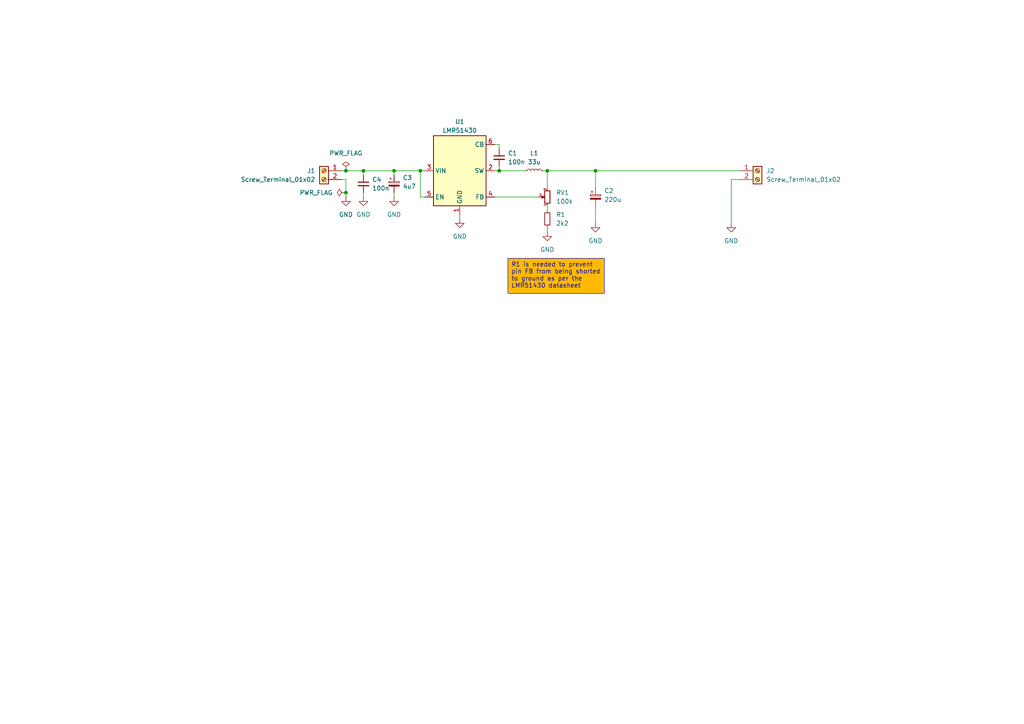
<source format=kicad_sch>
(kicad_sch (version 20231120) (generator "eeschema") (generator_version "8.0")
  (paper "A4")
  (lib_symbols
    (symbol "Connector:Screw_Terminal_01x02" (pin_names (offset 1.016) hide)
      (property "Reference" "J" (at 0 2.54 0))
      (property "Value" "Screw_Terminal_01x02" (at 0 -5.08 0))
      (symbol "Screw_Terminal_01x02_1_1"
        (rectangle (start -1.27 1.27) (end 1.27 -3.81) (stroke (width 0.254)) (fill (type background)))
        (circle (center 0 -2.54) (radius 0.635) (stroke (width 0.1524)))
        (polyline (pts (xy -0.5334 -2.2098) (xy 0.3302 -3.048)) (stroke (width 0.1524)))
        (polyline (pts (xy -0.5334 0.3302) (xy 0.3302 -0.508)) (stroke (width 0.1524)))
        (polyline (pts (xy -0.3556 -2.032) (xy 0.508 -2.8702)) (stroke (width 0.1524)))
        (polyline (pts (xy -0.3556 0.508) (xy 0.508 -0.3302)) (stroke (width 0.1524)))
        (circle (center 0 0) (radius 0.635) (stroke (width 0.1524)))
        (pin passive line (at -5.08 0 0) (length 3.81) (name "Pin_1") (number "1"))
        (pin passive line (at -5.08 -2.54 0) (length 3.81) (name "Pin_2") (number "2"))
      )
    )
    (symbol "Device:C_Polarized_Small" (pin_numbers hide) (pin_names (offset 0.254) hide)
      (property "Reference" "C" (at 0.254 1.778 0))
      (property "Value" "C_Polarized_Small" (at 0.254 -2.032 0))
      (symbol "C_Polarized_Small_0_1"
        (rectangle (start -1.524 -0.3048) (end 1.524 -0.6858) (fill (type outline)))
        (rectangle (start -1.524 0.6858) (end 1.524 0.3048))
        (polyline (pts (xy -1.27 1.524) (xy -0.762 1.524)))
        (polyline (pts (xy -1.016 1.27) (xy -1.016 1.778)))
      )
      (symbol "C_Polarized_Small_1_1"
        (pin passive line (at 0 2.54 270) (length 1.8542) (name "~") (number "1"))
        (pin passive line (at 0 -2.54 90) (length 1.8542) (name "~") (number "2"))
      )
    )
    (symbol "Device:C_Small" (pin_numbers hide) (pin_names (offset 0.254) hide)
      (property "Reference" "C" (at 0.254 1.778 0))
      (property "Value" "C_Small" (at 0.254 -2.032 0))
      (symbol "C_Small_0_1"
        (polyline (pts (xy -1.524 -0.508) (xy 1.524 -0.508)) (stroke (width 0.3302)))
        (polyline (pts (xy -1.524 0.508) (xy 1.524 0.508)) (stroke (width 0.3048)))
      )
      (symbol "C_Small_1_1"
        (pin passive line (at 0 2.54 270) (length 2.032) (name "~") (number "1"))
        (pin passive line (at 0 -2.54 90) (length 2.032) (name "~") (number "2"))
      )
    )
    (symbol "Device:L_Small" (pin_numbers hide) (pin_names (offset 0.254) hide)
      (property "Reference" "L" (at 0.762 1.016 0))
      (property "Value" "L_Small" (at 0.762 -1.016 0))
      (symbol "L_Small_0_1"
        (arc (start 0 -2.032) (mid 0.5058 -1.524) (end 0 -1.016))
        (arc (start 0 -1.016) (mid 0.5058 -0.508) (end 0 0))
        (arc (start 0 0) (mid 0.5058 0.508) (end 0 1.016))
        (arc (start 0 1.016) (mid 0.5058 1.524) (end 0 2.032))
      )
      (symbol "L_Small_1_1"
        (pin passive line (at 0 2.54 270) (length 0.508) (name "~") (number "1"))
        (pin passive line (at 0 -2.54 90) (length 0.508) (name "~") (number "2"))
      )
    )
    (symbol "Device:R_Potentiometer_Small" (pin_names (offset 1.016) hide)
      (property "Reference" "RV" (at -4.445 0 90))
      (property "Value" "R_Potentiometer_Small" (at -2.54 0 90))
      (symbol "R_Potentiometer_Small_0_1"
        (polyline (pts (xy 0.889 0) (xy 0.635 0) (xy 1.651 0.381) (xy 1.651 -0.381) (xy 0.635 0) (xy 0.889 0)) (fill (type outline)))
        (rectangle (start 0.762 1.8034) (end -0.762 -1.8034) (stroke (width 0.254)))
      )
      (symbol "R_Potentiometer_Small_1_1"
        (pin passive line (at 0 2.54 270) (length 0.635) (name "1") (number "1"))
        (pin passive line (at 2.54 0 180) (length 0.9906) (name "2") (number "2"))
        (pin passive line (at 0 -2.54 90) (length 0.635) (name "3") (number "3"))
      )
    )
    (symbol "Device:R_Small" (pin_numbers hide) (pin_names (offset 0.254) hide)
      (property "Reference" "R" (at 0.762 0.508 0))
      (property "Value" "R_Small" (at 0.762 -1.016 0))
      (symbol "R_Small_0_1"
        (rectangle (start -0.762 1.778) (end 0.762 -1.778) (stroke (width 0.2032)))
      )
      (symbol "R_Small_1_1"
        (pin passive line (at 0 2.54 270) (length 0.762) (name "~") (number "1"))
        (pin passive line (at 0 -2.54 90) (length 0.762) (name "~") (number "2"))
      )
    )
    (symbol "Regulator_Switching:LMR51430"
      (property "Reference" "U1" (at 0 19.304 0))
      (property "Value" "LMR51430" (at 0 16.764 0))
      (symbol "LMR51430_0_1"
        (rectangle (start -7.62 15.24) (end 7.62 -5.08) (stroke (width 0.254)) (fill (type background)))
      )
      (symbol "LMR51430_1_1"
        (pin power_in line (at 0 -7.62 90) (length 2.54) (name "GND") (number "1"))
        (pin power_out line (at 10.16 5.08 180) (length 2.54) (name "SW") (number "2"))
        (pin power_in line (at -10.16 5.08 0) (length 2.54) (name "VIN") (number "3"))
        (pin input line (at 10.16 -2.54 180) (length 2.54) (name "FB") (number "4"))
        (pin input line (at -10.16 -2.54 0) (length 2.54) (name "EN") (number "5"))
        (pin passive line (at 10.16 12.7 180) (length 2.54) (name "CB") (number "6"))
      )
    )
    (symbol "power:GND" (power) (pin_numbers hide) (pin_names (offset 0) hide)
      (property "Value" "GND" (at 0 -3.81 0))
      (symbol "GND_0_1"
        (polyline (pts (xy 0 0) (xy 0 -1.27) (xy 1.27 -1.27) (xy 0 -2.54) (xy -1.27 -1.27) (xy 0 -1.27)))
      )
      (symbol "GND_1_1"
        (pin power_in line (at 0 0 270) (length 0) (name "~") (number "1"))
      )
    )
    (symbol "power:PWR_FLAG" (power) (pin_numbers hide) (pin_names (offset 0) hide)
      (property "Value" "PWR_FLAG" (at 0 3.81 0))
      (symbol "PWR_FLAG_0_0"
        (pin power_out line (at 0 0 90) (length 0) (name "~") (number "1"))
      )
      (symbol "PWR_FLAG_0_1"
        (polyline (pts (xy 0 0) (xy 0 1.27) (xy -1.016 1.905) (xy 0 2.54) (xy 1.016 1.905) (xy 0 1.27)))
      )
    )
  )
  (junction (at 158.75 49.53))
  (junction (at 105.41 49.53))
  (junction (at 144.78 49.53))
  (junction (at 172.72 49.53))
  (junction (at 114.3 49.53))
  (junction (at 100.33 55.88))
  (junction (at 100.33 49.53))
  (junction (at 121.92 49.53))
  (wire (pts (xy 121.92 49.53) (xy 123.19 49.53)))
  (wire (pts (xy 99.06 49.53) (xy 100.33 49.53)))
  (wire (pts (xy 105.41 55.88) (xy 105.41 57.15)))
  (wire (pts (xy 105.41 49.53) (xy 114.3 49.53)))
  (wire (pts (xy 214.63 52.07) (xy 212.09 52.07)))
  (wire (pts (xy 123.19 57.15) (xy 121.92 57.15)))
  (wire (pts (xy 172.72 59.69) (xy 172.72 64.77)))
  (wire (pts (xy 143.51 57.15) (xy 156.21 57.15)))
  (wire (pts (xy 172.72 49.53) (xy 214.63 49.53)))
  (wire (pts (xy 158.75 59.69) (xy 158.75 60.96)))
  (wire (pts (xy 114.3 49.53) (xy 121.92 49.53)))
  (wire (pts (xy 133.35 62.23) (xy 133.35 63.5)))
  (wire (pts (xy 121.92 57.15) (xy 121.92 49.53)))
  (wire (pts (xy 212.09 52.07) (xy 212.09 64.77)))
  (wire (pts (xy 144.78 48.26) (xy 144.78 49.53)))
  (wire (pts (xy 114.3 55.88) (xy 114.3 57.15)))
  (wire (pts (xy 144.78 41.91) (xy 144.78 43.18)))
  (wire (pts (xy 158.75 49.53) (xy 158.75 54.61)))
  (wire (pts (xy 114.3 49.53) (xy 114.3 50.8)))
  (wire (pts (xy 100.33 49.53) (xy 105.41 49.53)))
  (wire (pts (xy 144.78 49.53) (xy 152.4 49.53)))
  (wire (pts (xy 143.51 41.91) (xy 144.78 41.91)))
  (wire (pts (xy 100.33 55.88) (xy 100.33 52.07)))
  (wire (pts (xy 157.48 49.53) (xy 158.75 49.53)))
  (wire (pts (xy 158.75 66.04) (xy 158.75 67.31)))
  (wire (pts (xy 158.75 49.53) (xy 172.72 49.53)))
  (wire (pts (xy 105.41 49.53) (xy 105.41 50.8)))
  (wire (pts (xy 172.72 49.53) (xy 172.72 54.61)))
  (wire (pts (xy 100.33 52.07) (xy 99.06 52.07)))
  (wire (pts (xy 143.51 49.53) (xy 144.78 49.53)))
  (wire (pts (xy 100.33 57.15) (xy 100.33 55.88)))
  (text_box "R1 is needed to prevent pin FB from being shorted to ground as per the LMR51430 datasheet" (at 147.32 74.93 0) (size 27.94 10.16) (fill (type color) (color 255 186 0 1)) (effects (font (size 1.27 1.27)) (justify left top)))
  (symbol (lib_id "power:GND") (at 158.75 67.31 0) (unit 1)
    (property "Reference" "#PWR02" (effects (hide yes)))
    (property "Value" "GND" (at 158.75 72.39 0))
    (property "Description" "Power symbol creates a global label with name \"GND\" , ground" (effects (hide yes)))
  )
  (symbol (lib_id "power:GND") (at 172.72 64.77 0) (unit 1)
    (property "Reference" "#PWR01" (effects (hide yes)))
    (property "Value" "GND" (at 172.72 69.85 0))
    (property "Description" "Power symbol creates a global label with name \"GND\" , ground" (effects (hide yes)))
  )
  (symbol (lib_id "Regulator_Switching:LMR51430") (at 133.35 54.61 0) (unit 1)
    (property "Reference" "U1" (at 133.35 35.306 0))
    (property "Value" "LMR51430" (at 133.35 37.846 0))
    (property "Footprint" "Package_TO_SOT_SMD:SOT-23-6" (effects (hide yes)))
    (property "Datasheet" "https://www.ti.com/lit/ds/symlink/lmr51430.pdf" (effects (hide yes)))
    (property "Description" "4.5-V to 36-V, 3-A synchronous buck converter with 40-µA IQ, SOT-23-6" (effects (hide yes)))
    (property "Manufacturer Number" " LMR51430YFDDCR " (effects (hide yes)))
    (property "Mouser Part Number" "595-LMR51430YFDDCR" (effects (hide yes)))
  )
  (symbol (lib_id "power:GND") (at 133.35 63.5 0) (unit 1)
    (property "Reference" "#PWR03" (effects (hide yes)))
    (property "Value" "GND" (at 133.35 68.58 0))
    (property "Description" "Power symbol creates a global label with name \"GND\" , ground" (effects (hide yes)))
  )
  (symbol (lib_id "Device:R_Potentiometer_Small") (at 158.75 57.15 180) (unit 1)
    (property "Reference" "RV1" (at 161.29 55.8799 0) (effects (justify right)))
    (property "Value" "100k" (at 161.29 58.4199 0) (effects (justify right)))
    (property "Footprint" "Custom:PV37W104C01B00" (effects (hide yes)))
    (property "Description" "Potentiometer" (effects (hide yes)))
    (property "Manufacturer Number" "PV37W104C01B00" (effects (hide yes)))
    (property "Mouser Part Number" "81-PV37W104C01B00" (effects (hide yes)))
  )
  (symbol (lib_id "power:GND") (at 100.33 57.15 0) (unit 1)
    (property "Reference" "#PWR05" (effects (hide yes)))
    (property "Value" "GND" (at 100.33 62.23 0))
    (property "Description" "Power symbol creates a global label with name \"GND\" , ground" (effects (hide yes)))
  )
  (symbol (lib_id "Device:C_Polarized_Small") (at 114.3 53.34 0) (unit 1)
    (property "Reference" "C3" (at 116.84 51.5238 0) (effects (justify left)))
    (property "Value" "4u7" (at 116.84 54.0638 0) (effects (justify left)))
    (property "Footprint" "Capacitor_SMD:C_0805_2012Metric_Pad1.18x1.45mm_HandSolder" (effects (hide yes)))
    (property "Description" "Polarized capacitor, small symbol" (effects (hide yes)))
    (property "Manufacturer Number" "C2012X7R1H475K125AC " (effects (hide yes)))
    (property "Mouser Part Number" " 810-C2012X7R475K125C " (effects (hide yes)))
  )
  (symbol (lib_id "power:GND") (at 105.41 57.15 0) (unit 1)
    (property "Reference" "#PWR07" (effects (hide yes)))
    (property "Value" "GND" (at 105.41 62.23 0))
    (property "Description" "Power symbol creates a global label with name \"GND\" , ground" (effects (hide yes)))
  )
  (symbol (lib_id "Device:C_Small") (at 105.41 53.34 0) (unit 1)
    (property "Reference" "C4" (at 107.95 52.0762 0) (effects (justify left)))
    (property "Value" "100n" (at 107.95 54.6162 0) (effects (justify left)))
    (property "Footprint" "Capacitor_SMD:C_0805_2012Metric_Pad1.18x1.45mm_HandSolder" (effects (hide yes)))
    (property "Description" "Unpolarized capacitor, small symbol" (effects (hide yes)))
    (property "Manufacturer Number" "C2012X7R1H104K085AA " (effects (hide yes)))
    (property "Mouser Part Number" "810-C2012X7R1H104K-2 " (effects (hide yes)))
  )
  (symbol (lib_id "power:GND") (at 212.09 64.77 0) (unit 1)
    (property "Reference" "#PWR06" (effects (hide yes)))
    (property "Value" "GND" (at 212.09 69.85 0))
    (property "Description" "Power symbol creates a global label with name \"GND\" , ground" (effects (hide yes)))
  )
  (symbol (lib_id "power:GND") (at 114.3 57.15 0) (unit 1)
    (property "Reference" "#PWR04" (effects (hide yes)))
    (property "Value" "GND" (at 114.3 62.23 0))
    (property "Description" "Power symbol creates a global label with name \"GND\" , ground" (effects (hide yes)))
  )
  (symbol (lib_id "Connector:Screw_Terminal_01x02") (at 93.98 49.53 0) (mirror y) (unit 1)
    (property "Reference" "J1" (at 91.44 49.5299 0) (effects (justify left)))
    (property "Value" "Screw_Terminal_01x02" (at 91.44 52.0699 0) (effects (justify left)))
    (property "Footprint" "Custom:282834-2_1" (effects (hide yes)))
    (property "Description" "Generic screw terminal, single row, 01x02, script generated (kicad-library-utils/schlib/autogen/connector/)" (effects (hide yes)))
    (property "Manufacturer Number" " 282834-2 " (effects (hide yes)))
    (property "Mouser Part Number" " 571-282834-2 " (effects (hide yes)))
  )
  (symbol (lib_id "Connector:Screw_Terminal_01x02") (at 219.71 49.53 0) (unit 1)
    (property "Reference" "J2" (at 222.25 49.5299 0) (effects (justify left)))
    (property "Value" "Screw_Terminal_01x02" (at 222.25 52.0699 0) (effects (justify left)))
    (property "Footprint" "Custom:282834-2_1" (effects (hide yes)))
    (property "Description" "Generic screw terminal, single row, 01x02, script generated (kicad-library-utils/schlib/autogen/connector/)" (effects (hide yes)))
    (property "Manufacturer Number" " 282834-2 " (effects (hide yes)))
    (property "Mouser Part Number" " 571-282834-2 " (effects (hide yes)))
  )
  (symbol (lib_id "Device:R_Small") (at 158.75 63.5 0) (unit 1)
    (property "Reference" "R1" (at 161.29 62.2299 0) (effects (justify left)))
    (property "Value" "2k2" (at 161.29 64.7699 0) (effects (justify left)))
    (property "Footprint" "Resistor_SMD:R_0805_2012Metric_Pad1.20x1.40mm_HandSolder" (effects (hide yes)))
    (property "Description" "Resistor, small symbol" (effects (hide yes)))
    (property "Manufacturer Number" " RC0805FR-132K2L" (effects (hide yes)))
    (property "Mouser Part Number" "603-RC0805FR-132K2L " (effects (hide yes)))
  )
  (symbol (lib_id "power:PWR_FLAG") (at 100.33 49.53 0) (unit 1)
    (property "Reference" "#FLG01" (effects (hide yes)))
    (property "Value" "PWR_FLAG" (at 100.33 44.45 0))
    (property "Description" "Special symbol for telling ERC where power comes from" (effects (hide yes)))
  )
  (symbol (lib_id "Device:C_Small") (at 144.78 45.72 0) (unit 1)
    (property "Reference" "C1" (at 147.32 44.4562 0) (effects (justify left)))
    (property "Value" "100n" (at 147.32 46.9962 0) (effects (justify left)))
    (property "Footprint" "Capacitor_SMD:C_0805_2012Metric_Pad1.18x1.45mm_HandSolder" (effects (hide yes)))
    (property "Description" "Unpolarized capacitor, small symbol" (effects (hide yes)))
    (property "Manufacturer Number" "C2012X7R1H104K085AA " (effects (hide yes)))
    (property "Mouser Part Number" "810-C2012X7R1H104K-2 " (effects (hide yes)))
  )
  (symbol (lib_id "Device:L_Small") (at 154.94 49.53 90) (unit 1)
    (property "Reference" "L1" (at 154.94 44.45 90))
    (property "Value" "33u" (at 154.94 46.99 90))
    (property "Footprint" "Inductor_SMD:L_Bourns_SRP1038C_10.0x10.0mm" (effects (hide yes)))
    (property "Description" "Inductor, small symbol" (effects (hide yes)))
    (property "Manufacturer Number" " SRP1050WA-330M " (effects (hide yes)))
    (property "Mouser Part Number" "652-SRP1050WA-330M" (effects (hide yes)))
  )
  (symbol (lib_id "Device:C_Polarized_Small") (at 172.72 57.15 0) (unit 1)
    (property "Reference" "C2" (at 175.26 55.3338 0) (effects (justify left)))
    (property "Value" "220u" (at 175.26 57.8738 0) (effects (justify left)))
    (property "Footprint" "Capacitor_SMD:CP_Elec_10x10.5" (effects (hide yes)))
    (property "Description" "Polarized capacitor, small symbol" (effects (hide yes)))
    (property "Manufacturer Number" "EEE-FP1H221AP " (effects (hide yes)))
    (property "Mouser Part Number" "667-EEE-FP1H221AP " (effects (hide yes)))
  )
  (symbol (lib_id "power:PWR_FLAG") (at 100.33 55.88 90) (unit 1)
    (property "Reference" "#FLG02" (effects (hide yes)))
    (property "Value" "PWR_FLAG" (at 96.52 55.8799 90) (effects (justify left)))
    (property "Description" "Special symbol for telling ERC where power comes from" (effects (hide yes)))
  )
)
</source>
